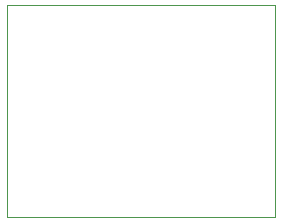
<source format=gbr>
%TF.GenerationSoftware,KiCad,Pcbnew,9.0.0*%
%TF.CreationDate,2025-06-16T15:16:05+05:00*%
%TF.ProjectId,dronemotordriver,64726f6e-656d-46f7-946f-726472697665,rev?*%
%TF.SameCoordinates,Original*%
%TF.FileFunction,Profile,NP*%
%FSLAX46Y46*%
G04 Gerber Fmt 4.6, Leading zero omitted, Abs format (unit mm)*
G04 Created by KiCad (PCBNEW 9.0.0) date 2025-06-16 15:16:05*
%MOMM*%
%LPD*%
G01*
G04 APERTURE LIST*
%TA.AperFunction,Profile*%
%ADD10C,0.050000*%
%TD*%
G04 APERTURE END LIST*
D10*
X108075000Y-84437500D02*
X130750000Y-84437500D01*
X130750000Y-102387500D01*
X108075000Y-102387500D01*
X108075000Y-84437500D01*
M02*

</source>
